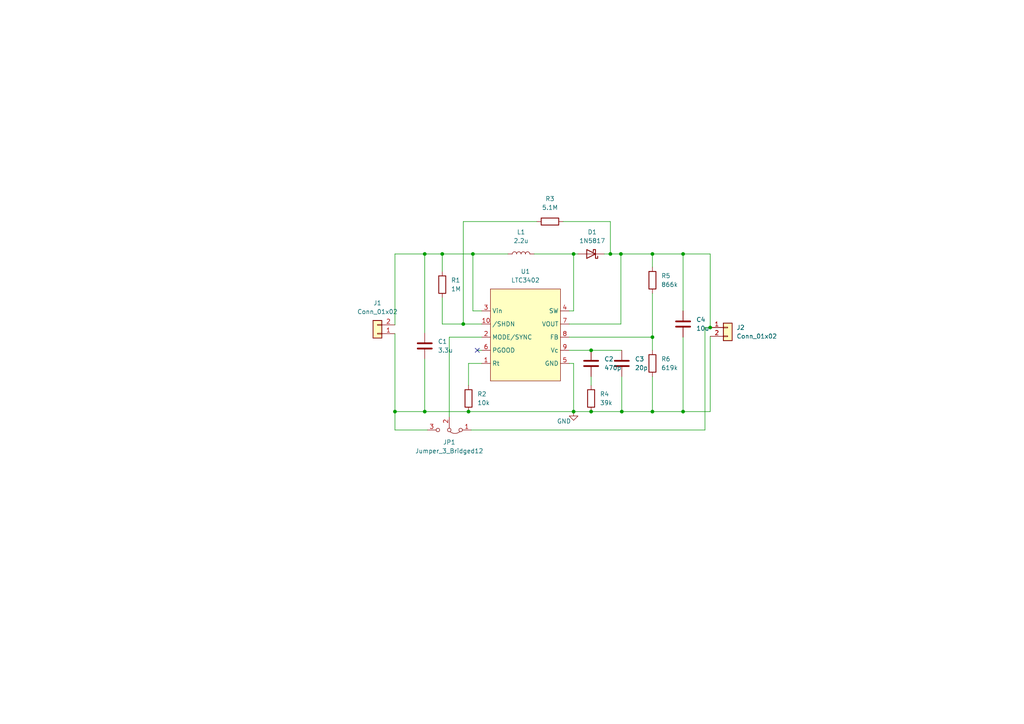
<source format=kicad_sch>
(kicad_sch (version 20211123) (generator eeschema)

  (uuid fc329e60-968a-4f61-ba77-53d29ff8c1c7)

  (paper "A4")

  (lib_symbols
    (symbol "Connector_Generic:Conn_01x02" (pin_names (offset 1.016) hide) (in_bom yes) (on_board yes)
      (property "Reference" "J" (id 0) (at 0 2.54 0)
        (effects (font (size 1.27 1.27)))
      )
      (property "Value" "Conn_01x02" (id 1) (at 0 -5.08 0)
        (effects (font (size 1.27 1.27)))
      )
      (property "Footprint" "" (id 2) (at 0 0 0)
        (effects (font (size 1.27 1.27)) hide)
      )
      (property "Datasheet" "~" (id 3) (at 0 0 0)
        (effects (font (size 1.27 1.27)) hide)
      )
      (property "ki_keywords" "connector" (id 4) (at 0 0 0)
        (effects (font (size 1.27 1.27)) hide)
      )
      (property "ki_description" "Generic connector, single row, 01x02, script generated (kicad-library-utils/schlib/autogen/connector/)" (id 5) (at 0 0 0)
        (effects (font (size 1.27 1.27)) hide)
      )
      (property "ki_fp_filters" "Connector*:*_1x??_*" (id 6) (at 0 0 0)
        (effects (font (size 1.27 1.27)) hide)
      )
      (symbol "Conn_01x02_1_1"
        (rectangle (start -1.27 -2.413) (end 0 -2.667)
          (stroke (width 0.1524) (type default) (color 0 0 0 0))
          (fill (type none))
        )
        (rectangle (start -1.27 0.127) (end 0 -0.127)
          (stroke (width 0.1524) (type default) (color 0 0 0 0))
          (fill (type none))
        )
        (rectangle (start -1.27 1.27) (end 1.27 -3.81)
          (stroke (width 0.254) (type default) (color 0 0 0 0))
          (fill (type background))
        )
        (pin passive line (at -5.08 0 0) (length 3.81)
          (name "Pin_1" (effects (font (size 1.27 1.27))))
          (number "1" (effects (font (size 1.27 1.27))))
        )
        (pin passive line (at -5.08 -2.54 0) (length 3.81)
          (name "Pin_2" (effects (font (size 1.27 1.27))))
          (number "2" (effects (font (size 1.27 1.27))))
        )
      )
    )
    (symbol "Device:C" (pin_numbers hide) (pin_names (offset 0.254)) (in_bom yes) (on_board yes)
      (property "Reference" "C" (id 0) (at 0.635 2.54 0)
        (effects (font (size 1.27 1.27)) (justify left))
      )
      (property "Value" "C" (id 1) (at 0.635 -2.54 0)
        (effects (font (size 1.27 1.27)) (justify left))
      )
      (property "Footprint" "" (id 2) (at 0.9652 -3.81 0)
        (effects (font (size 1.27 1.27)) hide)
      )
      (property "Datasheet" "~" (id 3) (at 0 0 0)
        (effects (font (size 1.27 1.27)) hide)
      )
      (property "ki_keywords" "cap capacitor" (id 4) (at 0 0 0)
        (effects (font (size 1.27 1.27)) hide)
      )
      (property "ki_description" "Unpolarized capacitor" (id 5) (at 0 0 0)
        (effects (font (size 1.27 1.27)) hide)
      )
      (property "ki_fp_filters" "C_*" (id 6) (at 0 0 0)
        (effects (font (size 1.27 1.27)) hide)
      )
      (symbol "C_0_1"
        (polyline
          (pts
            (xy -2.032 -0.762)
            (xy 2.032 -0.762)
          )
          (stroke (width 0.508) (type default) (color 0 0 0 0))
          (fill (type none))
        )
        (polyline
          (pts
            (xy -2.032 0.762)
            (xy 2.032 0.762)
          )
          (stroke (width 0.508) (type default) (color 0 0 0 0))
          (fill (type none))
        )
      )
      (symbol "C_1_1"
        (pin passive line (at 0 3.81 270) (length 2.794)
          (name "~" (effects (font (size 1.27 1.27))))
          (number "1" (effects (font (size 1.27 1.27))))
        )
        (pin passive line (at 0 -3.81 90) (length 2.794)
          (name "~" (effects (font (size 1.27 1.27))))
          (number "2" (effects (font (size 1.27 1.27))))
        )
      )
    )
    (symbol "Device:L" (pin_numbers hide) (pin_names (offset 1.016) hide) (in_bom yes) (on_board yes)
      (property "Reference" "L" (id 0) (at -1.27 0 90)
        (effects (font (size 1.27 1.27)))
      )
      (property "Value" "L" (id 1) (at 1.905 0 90)
        (effects (font (size 1.27 1.27)))
      )
      (property "Footprint" "" (id 2) (at 0 0 0)
        (effects (font (size 1.27 1.27)) hide)
      )
      (property "Datasheet" "~" (id 3) (at 0 0 0)
        (effects (font (size 1.27 1.27)) hide)
      )
      (property "ki_keywords" "inductor choke coil reactor magnetic" (id 4) (at 0 0 0)
        (effects (font (size 1.27 1.27)) hide)
      )
      (property "ki_description" "Inductor" (id 5) (at 0 0 0)
        (effects (font (size 1.27 1.27)) hide)
      )
      (property "ki_fp_filters" "Choke_* *Coil* Inductor_* L_*" (id 6) (at 0 0 0)
        (effects (font (size 1.27 1.27)) hide)
      )
      (symbol "L_0_1"
        (arc (start 0 -2.54) (mid 0.635 -1.905) (end 0 -1.27)
          (stroke (width 0) (type default) (color 0 0 0 0))
          (fill (type none))
        )
        (arc (start 0 -1.27) (mid 0.635 -0.635) (end 0 0)
          (stroke (width 0) (type default) (color 0 0 0 0))
          (fill (type none))
        )
        (arc (start 0 0) (mid 0.635 0.635) (end 0 1.27)
          (stroke (width 0) (type default) (color 0 0 0 0))
          (fill (type none))
        )
        (arc (start 0 1.27) (mid 0.635 1.905) (end 0 2.54)
          (stroke (width 0) (type default) (color 0 0 0 0))
          (fill (type none))
        )
      )
      (symbol "L_1_1"
        (pin passive line (at 0 3.81 270) (length 1.27)
          (name "1" (effects (font (size 1.27 1.27))))
          (number "1" (effects (font (size 1.27 1.27))))
        )
        (pin passive line (at 0 -3.81 90) (length 1.27)
          (name "2" (effects (font (size 1.27 1.27))))
          (number "2" (effects (font (size 1.27 1.27))))
        )
      )
    )
    (symbol "Device:R" (pin_numbers hide) (pin_names (offset 0)) (in_bom yes) (on_board yes)
      (property "Reference" "R" (id 0) (at 2.032 0 90)
        (effects (font (size 1.27 1.27)))
      )
      (property "Value" "R" (id 1) (at 0 0 90)
        (effects (font (size 1.27 1.27)))
      )
      (property "Footprint" "" (id 2) (at -1.778 0 90)
        (effects (font (size 1.27 1.27)) hide)
      )
      (property "Datasheet" "~" (id 3) (at 0 0 0)
        (effects (font (size 1.27 1.27)) hide)
      )
      (property "ki_keywords" "R res resistor" (id 4) (at 0 0 0)
        (effects (font (size 1.27 1.27)) hide)
      )
      (property "ki_description" "Resistor" (id 5) (at 0 0 0)
        (effects (font (size 1.27 1.27)) hide)
      )
      (property "ki_fp_filters" "R_*" (id 6) (at 0 0 0)
        (effects (font (size 1.27 1.27)) hide)
      )
      (symbol "R_0_1"
        (rectangle (start -1.016 -2.54) (end 1.016 2.54)
          (stroke (width 0.254) (type default) (color 0 0 0 0))
          (fill (type none))
        )
      )
      (symbol "R_1_1"
        (pin passive line (at 0 3.81 270) (length 1.27)
          (name "~" (effects (font (size 1.27 1.27))))
          (number "1" (effects (font (size 1.27 1.27))))
        )
        (pin passive line (at 0 -3.81 90) (length 1.27)
          (name "~" (effects (font (size 1.27 1.27))))
          (number "2" (effects (font (size 1.27 1.27))))
        )
      )
    )
    (symbol "Diode:1N5817" (pin_numbers hide) (pin_names (offset 1.016) hide) (in_bom yes) (on_board yes)
      (property "Reference" "D" (id 0) (at 0 2.54 0)
        (effects (font (size 1.27 1.27)))
      )
      (property "Value" "1N5817" (id 1) (at 0 -2.54 0)
        (effects (font (size 1.27 1.27)))
      )
      (property "Footprint" "Diode_THT:D_DO-41_SOD81_P10.16mm_Horizontal" (id 2) (at 0 -4.445 0)
        (effects (font (size 1.27 1.27)) hide)
      )
      (property "Datasheet" "http://www.vishay.com/docs/88525/1n5817.pdf" (id 3) (at 0 0 0)
        (effects (font (size 1.27 1.27)) hide)
      )
      (property "ki_keywords" "diode Schottky" (id 4) (at 0 0 0)
        (effects (font (size 1.27 1.27)) hide)
      )
      (property "ki_description" "20V 1A Schottky Barrier Rectifier Diode, DO-41" (id 5) (at 0 0 0)
        (effects (font (size 1.27 1.27)) hide)
      )
      (property "ki_fp_filters" "D*DO?41*" (id 6) (at 0 0 0)
        (effects (font (size 1.27 1.27)) hide)
      )
      (symbol "1N5817_0_1"
        (polyline
          (pts
            (xy 1.27 0)
            (xy -1.27 0)
          )
          (stroke (width 0) (type default) (color 0 0 0 0))
          (fill (type none))
        )
        (polyline
          (pts
            (xy 1.27 1.27)
            (xy 1.27 -1.27)
            (xy -1.27 0)
            (xy 1.27 1.27)
          )
          (stroke (width 0.254) (type default) (color 0 0 0 0))
          (fill (type none))
        )
        (polyline
          (pts
            (xy -1.905 0.635)
            (xy -1.905 1.27)
            (xy -1.27 1.27)
            (xy -1.27 -1.27)
            (xy -0.635 -1.27)
            (xy -0.635 -0.635)
          )
          (stroke (width 0.254) (type default) (color 0 0 0 0))
          (fill (type none))
        )
      )
      (symbol "1N5817_1_1"
        (pin passive line (at -3.81 0 0) (length 2.54)
          (name "K" (effects (font (size 1.27 1.27))))
          (number "1" (effects (font (size 1.27 1.27))))
        )
        (pin passive line (at 3.81 0 180) (length 2.54)
          (name "A" (effects (font (size 1.27 1.27))))
          (number "2" (effects (font (size 1.27 1.27))))
        )
      )
    )
    (symbol "Jumper:Jumper_3_Bridged12" (pin_names (offset 0) hide) (in_bom yes) (on_board yes)
      (property "Reference" "JP" (id 0) (at -2.54 -2.54 0)
        (effects (font (size 1.27 1.27)))
      )
      (property "Value" "Jumper_3_Bridged12" (id 1) (at 0 2.794 0)
        (effects (font (size 1.27 1.27)))
      )
      (property "Footprint" "" (id 2) (at 0 0 0)
        (effects (font (size 1.27 1.27)) hide)
      )
      (property "Datasheet" "~" (id 3) (at 0 0 0)
        (effects (font (size 1.27 1.27)) hide)
      )
      (property "ki_keywords" "Jumper SPDT" (id 4) (at 0 0 0)
        (effects (font (size 1.27 1.27)) hide)
      )
      (property "ki_description" "Jumper, 3-pole, pins 1+2 closed/bridged" (id 5) (at 0 0 0)
        (effects (font (size 1.27 1.27)) hide)
      )
      (property "ki_fp_filters" "Jumper* TestPoint*3Pads* TestPoint*Bridge*" (id 6) (at 0 0 0)
        (effects (font (size 1.27 1.27)) hide)
      )
      (symbol "Jumper_3_Bridged12_0_0"
        (circle (center -3.302 0) (radius 0.508)
          (stroke (width 0) (type default) (color 0 0 0 0))
          (fill (type none))
        )
        (circle (center 0 0) (radius 0.508)
          (stroke (width 0) (type default) (color 0 0 0 0))
          (fill (type none))
        )
        (circle (center 3.302 0) (radius 0.508)
          (stroke (width 0) (type default) (color 0 0 0 0))
          (fill (type none))
        )
      )
      (symbol "Jumper_3_Bridged12_0_1"
        (arc (start -0.254 0.508) (mid -1.651 0.9912) (end -3.048 0.508)
          (stroke (width 0) (type default) (color 0 0 0 0))
          (fill (type none))
        )
        (polyline
          (pts
            (xy 0 -1.27)
            (xy 0 -0.508)
          )
          (stroke (width 0) (type default) (color 0 0 0 0))
          (fill (type none))
        )
      )
      (symbol "Jumper_3_Bridged12_1_1"
        (pin passive line (at -6.35 0 0) (length 2.54)
          (name "A" (effects (font (size 1.27 1.27))))
          (number "1" (effects (font (size 1.27 1.27))))
        )
        (pin input line (at 0 -3.81 90) (length 2.54)
          (name "C" (effects (font (size 1.27 1.27))))
          (number "2" (effects (font (size 1.27 1.27))))
        )
        (pin passive line (at 6.35 0 180) (length 2.54)
          (name "B" (effects (font (size 1.27 1.27))))
          (number "3" (effects (font (size 1.27 1.27))))
        )
      )
    )
    (symbol "luces_proyecto:LTC3402" (in_bom yes) (on_board yes)
      (property "Reference" "U1" (id 0) (at 0 17.78 0)
        (effects (font (size 1.27 1.27)))
      )
      (property "Value" "LTC3402" (id 1) (at 0 15.24 0)
        (effects (font (size 1.27 1.27)))
      )
      (property "Footprint" "Package_SO:MSOP-10-1EP_3x3mm_P0.5mm_EP1.68x1.88mm" (id 2) (at 0 0 0)
        (effects (font (size 1.27 1.27)) hide)
      )
      (property "Datasheet" "" (id 3) (at 0 0 0)
        (effects (font (size 1.27 1.27)) hide)
      )
      (symbol "LTC3402_0_1"
        (rectangle (start -10.16 12.7) (end 10.16 -13.97)
          (stroke (width 0) (type default) (color 0 0 0 0))
          (fill (type background))
        )
      )
      (symbol "LTC3402_1_1"
        (pin input line (at -12.7 -8.89 0) (length 2.54)
          (name "Rt" (effects (font (size 1.27 1.27))))
          (number "1" (effects (font (size 1.27 1.27))))
        )
        (pin input line (at -12.7 2.54 0) (length 2.54)
          (name "/SHDN" (effects (font (size 1.27 1.27))))
          (number "10" (effects (font (size 1.27 1.27))))
        )
        (pin input line (at -12.7 -1.27 0) (length 2.54)
          (name "MODE/SYNC" (effects (font (size 1.27 1.27))))
          (number "2" (effects (font (size 1.27 1.27))))
        )
        (pin input line (at -12.7 6.35 0) (length 2.54)
          (name "Vin" (effects (font (size 1.27 1.27))))
          (number "3" (effects (font (size 1.27 1.27))))
        )
        (pin input line (at 12.7 6.35 180) (length 2.54)
          (name "SW" (effects (font (size 1.27 1.27))))
          (number "4" (effects (font (size 1.27 1.27))))
        )
        (pin input line (at 12.7 -8.89 180) (length 2.54)
          (name "GND" (effects (font (size 1.27 1.27))))
          (number "5" (effects (font (size 1.27 1.27))))
        )
        (pin input line (at -12.7 -5.08 0) (length 2.54)
          (name "PGOOD" (effects (font (size 1.27 1.27))))
          (number "6" (effects (font (size 1.27 1.27))))
        )
        (pin input line (at 12.7 2.54 180) (length 2.54)
          (name "VOUT" (effects (font (size 1.27 1.27))))
          (number "7" (effects (font (size 1.27 1.27))))
        )
        (pin input line (at 12.7 -1.27 180) (length 2.54)
          (name "FB" (effects (font (size 1.27 1.27))))
          (number "8" (effects (font (size 1.27 1.27))))
        )
        (pin input line (at 12.7 -5.08 180) (length 2.54)
          (name "Vc" (effects (font (size 1.27 1.27))))
          (number "9" (effects (font (size 1.27 1.27))))
        )
      )
    )
    (symbol "power:GND" (power) (pin_names (offset 0)) (in_bom yes) (on_board yes)
      (property "Reference" "#PWR" (id 0) (at 0 -6.35 0)
        (effects (font (size 1.27 1.27)) hide)
      )
      (property "Value" "GND" (id 1) (at 0 -3.81 0)
        (effects (font (size 1.27 1.27)))
      )
      (property "Footprint" "" (id 2) (at 0 0 0)
        (effects (font (size 1.27 1.27)) hide)
      )
      (property "Datasheet" "" (id 3) (at 0 0 0)
        (effects (font (size 1.27 1.27)) hide)
      )
      (property "ki_keywords" "power-flag" (id 4) (at 0 0 0)
        (effects (font (size 1.27 1.27)) hide)
      )
      (property "ki_description" "Power symbol creates a global label with name \"GND\" , ground" (id 5) (at 0 0 0)
        (effects (font (size 1.27 1.27)) hide)
      )
      (symbol "GND_0_1"
        (polyline
          (pts
            (xy 0 0)
            (xy 0 -1.27)
            (xy 1.27 -1.27)
            (xy 0 -2.54)
            (xy -1.27 -1.27)
            (xy 0 -1.27)
          )
          (stroke (width 0) (type default) (color 0 0 0 0))
          (fill (type none))
        )
      )
      (symbol "GND_1_1"
        (pin power_in line (at 0 0 270) (length 0) hide
          (name "GND" (effects (font (size 1.27 1.27))))
          (number "1" (effects (font (size 1.27 1.27))))
        )
      )
    )
  )

  (junction (at 128.27 73.66) (diameter 0) (color 0 0 0 0)
    (uuid 0a089a07-2629-4bd0-ac0b-e2476ae7a5f5)
  )
  (junction (at 135.89 119.38) (diameter 0) (color 0 0 0 0)
    (uuid 0ed2725b-278b-40a1-90f2-cdfb1ed51ebe)
  )
  (junction (at 166.37 119.38) (diameter 0) (color 0 0 0 0)
    (uuid 1268ae6f-a2f1-463c-93a9-0cc5b03064cc)
  )
  (junction (at 171.45 119.38) (diameter 0) (color 0 0 0 0)
    (uuid 2f48bfab-2f24-4143-835c-770c8a4d50a7)
  )
  (junction (at 166.37 73.66) (diameter 0) (color 0 0 0 0)
    (uuid 35a136f3-1213-4277-ad2c-f83d63320c6b)
  )
  (junction (at 205.994 94.996) (diameter 0) (color 0 0 0 0)
    (uuid 3c1d3777-2f1f-4700-94c6-33c186f750f2)
  )
  (junction (at 114.554 119.38) (diameter 0) (color 0 0 0 0)
    (uuid 49af0ba9-5609-4e0a-9765-f0405d1a9e99)
  )
  (junction (at 134.366 93.98) (diameter 0) (color 0 0 0 0)
    (uuid 55887181-5e4b-4575-b90e-fe6bb9328e01)
  )
  (junction (at 189.23 119.38) (diameter 0) (color 0 0 0 0)
    (uuid 56034634-2ad8-4850-ac68-1dfe191562e3)
  )
  (junction (at 180.34 119.38) (diameter 0) (color 0 0 0 0)
    (uuid 5acb1f90-342f-4d24-a181-dee713430368)
  )
  (junction (at 137.16 73.66) (diameter 0) (color 0 0 0 0)
    (uuid 74fe0285-fc94-4e49-bf50-4676ee0a0214)
  )
  (junction (at 171.45 101.6) (diameter 0) (color 0 0 0 0)
    (uuid 78ddf895-da2f-45e3-ba4a-5ddb73d0ae3a)
  )
  (junction (at 123.19 73.66) (diameter 0) (color 0 0 0 0)
    (uuid 7934b4e4-da96-4a20-b74a-59666e050ff6)
  )
  (junction (at 180.086 73.66) (diameter 0) (color 0 0 0 0)
    (uuid 81aa5de2-ca5e-48e3-9c00-d12aca876f13)
  )
  (junction (at 198.12 73.66) (diameter 0) (color 0 0 0 0)
    (uuid 92bf0a5c-29e3-458b-94c5-3199741d295a)
  )
  (junction (at 123.19 119.38) (diameter 0) (color 0 0 0 0)
    (uuid a2dc7e72-fdb8-46c0-8699-2b8425a6683c)
  )
  (junction (at 177.038 73.66) (diameter 0) (color 0 0 0 0)
    (uuid ac57b32c-92ea-4210-955b-7eff656cb735)
  )
  (junction (at 189.23 97.79) (diameter 0) (color 0 0 0 0)
    (uuid baccf262-8c14-4c57-874d-0436604aa992)
  )
  (junction (at 198.12 119.38) (diameter 0) (color 0 0 0 0)
    (uuid e514b235-2d5c-4f96-9682-e1ea7f30769b)
  )
  (junction (at 189.23 73.66) (diameter 0) (color 0 0 0 0)
    (uuid ee4b10d7-d3bf-48f1-9c60-bdeb63205e72)
  )

  (no_connect (at 138.43 101.6) (uuid 266175d7-f4d0-4abd-a991-10e6108766de))

  (wire (pts (xy 180.34 119.38) (xy 189.23 119.38))
    (stroke (width 0) (type default) (color 0 0 0 0))
    (uuid 0477d5eb-5661-4ed8-81ce-ab13d0eb632f)
  )
  (wire (pts (xy 189.23 85.09) (xy 189.23 97.79))
    (stroke (width 0) (type default) (color 0 0 0 0))
    (uuid 05b07f13-a35c-424a-893a-28e50448528a)
  )
  (wire (pts (xy 136.652 124.714) (xy 204.47 124.714))
    (stroke (width 0) (type default) (color 0 0 0 0))
    (uuid 0d0feeda-67ca-4054-bb4a-27b50ea94d02)
  )
  (wire (pts (xy 177.038 64.262) (xy 177.038 73.66))
    (stroke (width 0) (type default) (color 0 0 0 0))
    (uuid 24cdbca2-7209-4463-8d11-1253c250b43f)
  )
  (wire (pts (xy 166.37 90.17) (xy 166.37 73.66))
    (stroke (width 0) (type default) (color 0 0 0 0))
    (uuid 27127484-c7d5-4b8f-a519-3676df137e64)
  )
  (wire (pts (xy 165.1 101.6) (xy 171.45 101.6))
    (stroke (width 0) (type default) (color 0 0 0 0))
    (uuid 2d4e2ab8-d884-45e2-b3eb-5481b91d477c)
  )
  (wire (pts (xy 171.45 109.22) (xy 171.45 111.76))
    (stroke (width 0) (type default) (color 0 0 0 0))
    (uuid 348cfe5b-c32a-4a03-877d-c1c326ca2fc2)
  )
  (wire (pts (xy 205.994 97.536) (xy 205.994 119.38))
    (stroke (width 0) (type default) (color 0 0 0 0))
    (uuid 34e45878-125f-4a7b-afbf-8b70fa0a31c7)
  )
  (wire (pts (xy 205.994 94.996) (xy 205.994 73.66))
    (stroke (width 0) (type default) (color 0 0 0 0))
    (uuid 3965b89a-1773-4751-99ef-e19130e64cc8)
  )
  (wire (pts (xy 180.086 73.66) (xy 180.086 93.98))
    (stroke (width 0) (type default) (color 0 0 0 0))
    (uuid 3f7c22e8-4599-447c-9a4a-55bd23e32f6a)
  )
  (wire (pts (xy 123.19 73.66) (xy 123.19 96.52))
    (stroke (width 0) (type default) (color 0 0 0 0))
    (uuid 3f8230a2-654a-4332-a0bd-91a9905d1d42)
  )
  (wire (pts (xy 139.7 97.79) (xy 130.302 97.79))
    (stroke (width 0) (type default) (color 0 0 0 0))
    (uuid 43a40cba-b3d4-4386-9c1a-a310a14f66ad)
  )
  (wire (pts (xy 128.27 86.36) (xy 128.27 93.98))
    (stroke (width 0) (type default) (color 0 0 0 0))
    (uuid 4b034131-2c76-474f-b19e-1bf82b0a19ea)
  )
  (wire (pts (xy 163.322 64.262) (xy 177.038 64.262))
    (stroke (width 0) (type default) (color 0 0 0 0))
    (uuid 4b43323c-2b56-4d40-b144-91cceb5698b6)
  )
  (wire (pts (xy 198.12 90.17) (xy 198.12 73.66))
    (stroke (width 0) (type default) (color 0 0 0 0))
    (uuid 4ed592d1-60a5-4ace-acff-67ea521f72bc)
  )
  (wire (pts (xy 165.1 97.79) (xy 189.23 97.79))
    (stroke (width 0) (type default) (color 0 0 0 0))
    (uuid 56529051-764a-417d-a3bb-5f4e89f6cd52)
  )
  (wire (pts (xy 135.89 119.38) (xy 166.37 119.38))
    (stroke (width 0) (type default) (color 0 0 0 0))
    (uuid 59bda533-0b31-4933-8eb9-37a7c88ad8cb)
  )
  (wire (pts (xy 165.1 90.17) (xy 166.37 90.17))
    (stroke (width 0) (type default) (color 0 0 0 0))
    (uuid 5a99fdd6-7b82-44fe-acb9-45609d886747)
  )
  (wire (pts (xy 137.16 90.17) (xy 137.16 73.66))
    (stroke (width 0) (type default) (color 0 0 0 0))
    (uuid 5eb8150f-680b-4c93-8d72-d6e3fad39c1c)
  )
  (wire (pts (xy 198.12 119.38) (xy 189.23 119.38))
    (stroke (width 0) (type default) (color 0 0 0 0))
    (uuid 60758dec-e229-4410-9aa7-aa543690e97c)
  )
  (wire (pts (xy 189.23 73.66) (xy 189.23 77.47))
    (stroke (width 0) (type default) (color 0 0 0 0))
    (uuid 695e5db3-af52-4389-a94f-42e10ad4597b)
  )
  (wire (pts (xy 114.554 119.38) (xy 123.19 119.38))
    (stroke (width 0) (type default) (color 0 0 0 0))
    (uuid 69905076-e01c-4061-a285-fc999df254d8)
  )
  (wire (pts (xy 137.16 73.66) (xy 147.32 73.66))
    (stroke (width 0) (type default) (color 0 0 0 0))
    (uuid 6a35d63d-eb75-481a-9c82-1e37ca139fa9)
  )
  (wire (pts (xy 114.554 73.66) (xy 114.554 94.234))
    (stroke (width 0) (type default) (color 0 0 0 0))
    (uuid 6de4682e-e9df-4cce-97d1-756d8a16bc00)
  )
  (wire (pts (xy 114.554 96.774) (xy 114.554 119.38))
    (stroke (width 0) (type default) (color 0 0 0 0))
    (uuid 6e298d07-6328-4ef5-ba4f-f2f44a400059)
  )
  (wire (pts (xy 138.43 101.6) (xy 139.7 101.6))
    (stroke (width 0) (type default) (color 0 0 0 0))
    (uuid 6f1f2017-d697-4d2b-a81b-9cf4032f5643)
  )
  (wire (pts (xy 180.086 73.66) (xy 189.23 73.66))
    (stroke (width 0) (type default) (color 0 0 0 0))
    (uuid 71081b15-db7f-4464-b766-02a55fdeda90)
  )
  (wire (pts (xy 123.19 104.14) (xy 123.19 119.38))
    (stroke (width 0) (type default) (color 0 0 0 0))
    (uuid 72a65a5f-cb0b-4643-b196-3332a5d65264)
  )
  (wire (pts (xy 139.7 90.17) (xy 137.16 90.17))
    (stroke (width 0) (type default) (color 0 0 0 0))
    (uuid 773077f1-5ba6-4d16-9b2c-8064199fe340)
  )
  (wire (pts (xy 130.302 97.79) (xy 130.302 120.904))
    (stroke (width 0) (type default) (color 0 0 0 0))
    (uuid 7e49e632-0253-4953-9431-4855c11604ba)
  )
  (wire (pts (xy 114.554 73.66) (xy 123.19 73.66))
    (stroke (width 0) (type default) (color 0 0 0 0))
    (uuid 8044d3ed-7481-486f-b064-ed4e198f80ff)
  )
  (wire (pts (xy 128.27 73.66) (xy 137.16 73.66))
    (stroke (width 0) (type default) (color 0 0 0 0))
    (uuid 8dca95d8-a4be-4db4-8701-aacf75e253b3)
  )
  (wire (pts (xy 134.366 93.98) (xy 139.7 93.98))
    (stroke (width 0) (type default) (color 0 0 0 0))
    (uuid 8e57fc59-c861-4fad-88fc-8b1e6960ca32)
  )
  (wire (pts (xy 166.37 119.38) (xy 171.45 119.38))
    (stroke (width 0) (type default) (color 0 0 0 0))
    (uuid 8e9d6d7a-f63f-4508-aa8f-bb3a5ec903da)
  )
  (wire (pts (xy 139.7 105.41) (xy 135.89 105.41))
    (stroke (width 0) (type default) (color 0 0 0 0))
    (uuid 97a8f92f-b57a-41bf-9444-7261f364bb40)
  )
  (wire (pts (xy 180.34 109.22) (xy 180.34 119.38))
    (stroke (width 0) (type default) (color 0 0 0 0))
    (uuid 9a9e9a4a-4d55-4aca-b958-cc420a7bca33)
  )
  (wire (pts (xy 128.27 93.98) (xy 134.366 93.98))
    (stroke (width 0) (type default) (color 0 0 0 0))
    (uuid 9bc96448-1b46-48e5-9891-87273243f5c8)
  )
  (wire (pts (xy 123.952 124.714) (xy 114.554 124.714))
    (stroke (width 0) (type default) (color 0 0 0 0))
    (uuid a526aebb-41a9-4fcc-b518-6f7ded08b3fd)
  )
  (wire (pts (xy 180.086 93.98) (xy 165.1 93.98))
    (stroke (width 0) (type default) (color 0 0 0 0))
    (uuid a7bba973-fedc-4852-8ac5-0f06d6a45283)
  )
  (wire (pts (xy 175.26 73.66) (xy 177.038 73.66))
    (stroke (width 0) (type default) (color 0 0 0 0))
    (uuid a8b7bc32-dbdb-4e6a-ad65-136f99c51162)
  )
  (wire (pts (xy 154.94 73.66) (xy 166.37 73.66))
    (stroke (width 0) (type default) (color 0 0 0 0))
    (uuid ad644845-7525-4f79-8722-b1bde7d47452)
  )
  (wire (pts (xy 165.1 105.41) (xy 166.37 105.41))
    (stroke (width 0) (type default) (color 0 0 0 0))
    (uuid afb35f37-345d-49e5-82e0-fcec631c9caf)
  )
  (wire (pts (xy 135.89 105.41) (xy 135.89 111.76))
    (stroke (width 0) (type default) (color 0 0 0 0))
    (uuid b18be161-768e-4adf-ba0a-442dccef8ade)
  )
  (wire (pts (xy 166.37 105.41) (xy 166.37 119.38))
    (stroke (width 0) (type default) (color 0 0 0 0))
    (uuid b64e9b16-f281-4c57-864a-b57940f4a81c)
  )
  (wire (pts (xy 198.12 73.66) (xy 189.23 73.66))
    (stroke (width 0) (type default) (color 0 0 0 0))
    (uuid b9ec99bb-8037-4d15-98d4-e85c3721c825)
  )
  (wire (pts (xy 128.27 73.66) (xy 128.27 78.74))
    (stroke (width 0) (type default) (color 0 0 0 0))
    (uuid bc99446e-c06e-42d0-8589-81f5e5f8514f)
  )
  (wire (pts (xy 134.366 64.262) (xy 134.366 93.98))
    (stroke (width 0) (type default) (color 0 0 0 0))
    (uuid bd49e719-5fa9-44d1-b48c-d5a3a79531e0)
  )
  (wire (pts (xy 198.12 97.79) (xy 198.12 119.38))
    (stroke (width 0) (type default) (color 0 0 0 0))
    (uuid c2100071-2b3e-47f1-8ce2-9ab1c827ea67)
  )
  (wire (pts (xy 189.23 119.38) (xy 189.23 109.22))
    (stroke (width 0) (type default) (color 0 0 0 0))
    (uuid c6831a1c-1aff-4f58-98aa-270ade505ac2)
  )
  (wire (pts (xy 123.19 73.66) (xy 128.27 73.66))
    (stroke (width 0) (type default) (color 0 0 0 0))
    (uuid cba3798a-ffcc-4d91-bf61-18b4a2dca5b0)
  )
  (wire (pts (xy 204.47 124.714) (xy 204.47 94.996))
    (stroke (width 0) (type default) (color 0 0 0 0))
    (uuid d1a6740e-ab92-43d6-9bc9-b5ee5795d217)
  )
  (wire (pts (xy 177.038 73.66) (xy 180.086 73.66))
    (stroke (width 0) (type default) (color 0 0 0 0))
    (uuid d95c0cb5-ee8f-4351-960a-5890c35f4633)
  )
  (wire (pts (xy 204.47 94.996) (xy 205.994 94.996))
    (stroke (width 0) (type default) (color 0 0 0 0))
    (uuid dc84de67-747a-4547-980d-52c6a213e99a)
  )
  (wire (pts (xy 205.994 73.66) (xy 198.12 73.66))
    (stroke (width 0) (type default) (color 0 0 0 0))
    (uuid df6a41b6-9008-4614-8401-5e6d17acf993)
  )
  (wire (pts (xy 171.45 101.6) (xy 180.34 101.6))
    (stroke (width 0) (type default) (color 0 0 0 0))
    (uuid e1c9e93c-c26a-43ec-8c67-2e84dbd8a91a)
  )
  (wire (pts (xy 114.554 124.714) (xy 114.554 119.38))
    (stroke (width 0) (type default) (color 0 0 0 0))
    (uuid e5bb6daa-d099-4a0d-a425-624eb31bba3d)
  )
  (wire (pts (xy 180.34 119.38) (xy 171.45 119.38))
    (stroke (width 0) (type default) (color 0 0 0 0))
    (uuid eb4e1615-35ea-4e70-b935-0d28ffa9a52d)
  )
  (wire (pts (xy 189.23 97.79) (xy 189.23 101.6))
    (stroke (width 0) (type default) (color 0 0 0 0))
    (uuid f18f2ed3-b5ba-4c75-bedf-ce94f6dcff7b)
  )
  (wire (pts (xy 205.994 119.38) (xy 198.12 119.38))
    (stroke (width 0) (type default) (color 0 0 0 0))
    (uuid f9ff2c70-37ed-4c55-bc73-81c22f0b2224)
  )
  (wire (pts (xy 166.37 73.66) (xy 167.64 73.66))
    (stroke (width 0) (type default) (color 0 0 0 0))
    (uuid fd04ce72-bb83-436b-8999-15e2ee47e120)
  )
  (wire (pts (xy 155.702 64.262) (xy 134.366 64.262))
    (stroke (width 0) (type default) (color 0 0 0 0))
    (uuid fdd611e1-40e1-4a93-a14b-575e96e2f9ab)
  )
  (wire (pts (xy 123.19 119.38) (xy 135.89 119.38))
    (stroke (width 0) (type default) (color 0 0 0 0))
    (uuid fe03920d-eae7-4cbd-8221-d83c68d67947)
  )

  (symbol (lib_id "Device:C") (at 180.34 105.41 0) (unit 1)
    (in_bom yes) (on_board yes) (fields_autoplaced)
    (uuid 051d7e17-d68e-43f3-ad50-ad70d5fd8215)
    (property "Reference" "C3" (id 0) (at 184.15 104.1399 0)
      (effects (font (size 1.27 1.27)) (justify left))
    )
    (property "Value" "20p" (id 1) (at 184.15 106.6799 0)
      (effects (font (size 1.27 1.27)) (justify left))
    )
    (property "Footprint" "Capacitor_THT:C_Disc_D4.3mm_W1.9mm_P5.00mm" (id 2) (at 181.3052 109.22 0)
      (effects (font (size 1.27 1.27)) hide)
    )
    (property "Datasheet" "~" (id 3) (at 180.34 105.41 0)
      (effects (font (size 1.27 1.27)) hide)
    )
    (pin "1" (uuid 8f83d9b5-3916-442e-a083-bd152f41a4ed))
    (pin "2" (uuid 3f588994-4b0a-4296-8df6-5285a76de6ed))
  )

  (symbol (lib_id "Device:R") (at 128.27 82.55 0) (unit 1)
    (in_bom yes) (on_board yes) (fields_autoplaced)
    (uuid 1cb7a54a-9a2b-4f24-a324-7971b092e29a)
    (property "Reference" "R1" (id 0) (at 130.81 81.2799 0)
      (effects (font (size 1.27 1.27)) (justify left))
    )
    (property "Value" "1M" (id 1) (at 130.81 83.8199 0)
      (effects (font (size 1.27 1.27)) (justify left))
    )
    (property "Footprint" "Resistor_THT:R_Axial_DIN0207_L6.3mm_D2.5mm_P7.62mm_Horizontal" (id 2) (at 126.492 82.55 90)
      (effects (font (size 1.27 1.27)) hide)
    )
    (property "Datasheet" "~" (id 3) (at 128.27 82.55 0)
      (effects (font (size 1.27 1.27)) hide)
    )
    (pin "1" (uuid 2964f7b3-b441-4c70-a685-282318f1a2b9))
    (pin "2" (uuid e41f240c-fe7e-4324-ad07-3ec65205800c))
  )

  (symbol (lib_id "Device:R") (at 159.512 64.262 90) (unit 1)
    (in_bom yes) (on_board yes) (fields_autoplaced)
    (uuid 3f65b461-f90b-4ae9-86ea-74cd2da95bf5)
    (property "Reference" "R3" (id 0) (at 159.512 57.658 90))
    (property "Value" "5.1M" (id 1) (at 159.512 60.198 90))
    (property "Footprint" "Resistor_THT:R_Axial_DIN0207_L6.3mm_D2.5mm_P7.62mm_Horizontal" (id 2) (at 159.512 66.04 90)
      (effects (font (size 1.27 1.27)) hide)
    )
    (property "Datasheet" "~" (id 3) (at 159.512 64.262 0)
      (effects (font (size 1.27 1.27)) hide)
    )
    (pin "1" (uuid 32a59744-99d0-452c-9352-e2972d82a3f6))
    (pin "2" (uuid 9d1953d9-e52f-4d3d-9b4b-67f7f5544f41))
  )

  (symbol (lib_id "Device:C") (at 171.45 105.41 0) (unit 1)
    (in_bom yes) (on_board yes) (fields_autoplaced)
    (uuid 599ff1d6-c9cd-47ef-8b92-35556c64aa55)
    (property "Reference" "C2" (id 0) (at 175.26 104.1399 0)
      (effects (font (size 1.27 1.27)) (justify left))
    )
    (property "Value" "470p" (id 1) (at 175.26 106.6799 0)
      (effects (font (size 1.27 1.27)) (justify left))
    )
    (property "Footprint" "Capacitor_THT:C_Disc_D4.3mm_W1.9mm_P5.00mm" (id 2) (at 172.4152 109.22 0)
      (effects (font (size 1.27 1.27)) hide)
    )
    (property "Datasheet" "~" (id 3) (at 171.45 105.41 0)
      (effects (font (size 1.27 1.27)) hide)
    )
    (pin "1" (uuid 9d7920b1-3c2f-4786-85e1-83ea591c0681))
    (pin "2" (uuid 0d31a967-3ed5-4fc3-9950-3fec738b7587))
  )

  (symbol (lib_id "Device:C") (at 123.19 100.33 0) (unit 1)
    (in_bom yes) (on_board yes) (fields_autoplaced)
    (uuid 630499ab-ffe0-4f24-bb2e-7355c18ea922)
    (property "Reference" "C1" (id 0) (at 127 99.0599 0)
      (effects (font (size 1.27 1.27)) (justify left))
    )
    (property "Value" "3.3u" (id 1) (at 127 101.5999 0)
      (effects (font (size 1.27 1.27)) (justify left))
    )
    (property "Footprint" "Capacitor_THT:C_Disc_D4.3mm_W1.9mm_P5.00mm" (id 2) (at 124.1552 104.14 0)
      (effects (font (size 1.27 1.27)) hide)
    )
    (property "Datasheet" "~" (id 3) (at 123.19 100.33 0)
      (effects (font (size 1.27 1.27)) hide)
    )
    (pin "1" (uuid 53f1a01a-ab00-470b-871b-16512f4395a9))
    (pin "2" (uuid 8b9b5d72-71b4-4021-b022-a0b89d09b3c8))
  )

  (symbol (lib_id "Device:R") (at 189.23 105.41 0) (unit 1)
    (in_bom yes) (on_board yes) (fields_autoplaced)
    (uuid 6565c157-b9f0-40ab-abe9-dfe0616d4016)
    (property "Reference" "R6" (id 0) (at 191.77 104.1399 0)
      (effects (font (size 1.27 1.27)) (justify left))
    )
    (property "Value" "619k" (id 1) (at 191.77 106.6799 0)
      (effects (font (size 1.27 1.27)) (justify left))
    )
    (property "Footprint" "Resistor_THT:R_Axial_DIN0207_L6.3mm_D2.5mm_P7.62mm_Horizontal" (id 2) (at 187.452 105.41 90)
      (effects (font (size 1.27 1.27)) hide)
    )
    (property "Datasheet" "~" (id 3) (at 189.23 105.41 0)
      (effects (font (size 1.27 1.27)) hide)
    )
    (pin "1" (uuid f648cdef-41e2-4e5e-8d68-dfb226450b01))
    (pin "2" (uuid 132fa33e-44b2-4b54-a935-b7ad32082220))
  )

  (symbol (lib_id "Device:R") (at 135.89 115.57 0) (unit 1)
    (in_bom yes) (on_board yes) (fields_autoplaced)
    (uuid 6ee0da76-25bd-4854-ba2e-3439bdbdc533)
    (property "Reference" "R2" (id 0) (at 138.43 114.2999 0)
      (effects (font (size 1.27 1.27)) (justify left))
    )
    (property "Value" "10k" (id 1) (at 138.43 116.8399 0)
      (effects (font (size 1.27 1.27)) (justify left))
    )
    (property "Footprint" "Resistor_THT:R_Axial_DIN0207_L6.3mm_D2.5mm_P7.62mm_Horizontal" (id 2) (at 134.112 115.57 90)
      (effects (font (size 1.27 1.27)) hide)
    )
    (property "Datasheet" "~" (id 3) (at 135.89 115.57 0)
      (effects (font (size 1.27 1.27)) hide)
    )
    (pin "1" (uuid 684002ad-5b5b-47bb-9864-c243ce75ba09))
    (pin "2" (uuid 7826b21a-8c61-407c-bb05-f41350f3a31d))
  )

  (symbol (lib_id "Device:C") (at 198.12 93.98 0) (unit 1)
    (in_bom yes) (on_board yes) (fields_autoplaced)
    (uuid 7501ed58-e692-4049-af8b-4696e1385dfe)
    (property "Reference" "C4" (id 0) (at 201.93 92.7099 0)
      (effects (font (size 1.27 1.27)) (justify left))
    )
    (property "Value" "10u" (id 1) (at 201.93 95.2499 0)
      (effects (font (size 1.27 1.27)) (justify left))
    )
    (property "Footprint" "Capacitor_THT:C_Disc_D4.3mm_W1.9mm_P5.00mm" (id 2) (at 199.0852 97.79 0)
      (effects (font (size 1.27 1.27)) hide)
    )
    (property "Datasheet" "~" (id 3) (at 198.12 93.98 0)
      (effects (font (size 1.27 1.27)) hide)
    )
    (pin "1" (uuid aba64b5d-f756-4c4e-aeeb-59de51306a51))
    (pin "2" (uuid 8674a9ad-d287-480a-9b7e-298ec5791677))
  )

  (symbol (lib_id "Device:R") (at 171.45 115.57 0) (unit 1)
    (in_bom yes) (on_board yes) (fields_autoplaced)
    (uuid 780d056e-1489-4453-996c-f32adfe96520)
    (property "Reference" "R4" (id 0) (at 173.99 114.2999 0)
      (effects (font (size 1.27 1.27)) (justify left))
    )
    (property "Value" "39k" (id 1) (at 173.99 116.8399 0)
      (effects (font (size 1.27 1.27)) (justify left))
    )
    (property "Footprint" "Resistor_THT:R_Axial_DIN0207_L6.3mm_D2.5mm_P7.62mm_Horizontal" (id 2) (at 169.672 115.57 90)
      (effects (font (size 1.27 1.27)) hide)
    )
    (property "Datasheet" "~" (id 3) (at 171.45 115.57 0)
      (effects (font (size 1.27 1.27)) hide)
    )
    (pin "1" (uuid 48c50149-6459-40b1-adf4-39d288a8925c))
    (pin "2" (uuid e3fd11c9-1fda-47f7-8630-32292a9e55ea))
  )

  (symbol (lib_id "Connector_Generic:Conn_01x02") (at 211.074 94.996 0) (unit 1)
    (in_bom yes) (on_board yes) (fields_autoplaced)
    (uuid 8854c505-cd67-4857-8679-b113032e1aaa)
    (property "Reference" "J2" (id 0) (at 213.614 94.9959 0)
      (effects (font (size 1.27 1.27)) (justify left))
    )
    (property "Value" "Conn_01x02" (id 1) (at 213.614 97.5359 0)
      (effects (font (size 1.27 1.27)) (justify left))
    )
    (property "Footprint" "TerminalBlock_Phoenix:TerminalBlock_Phoenix_MKDS-1,5-2-5.08_1x02_P5.08mm_Horizontal" (id 2) (at 211.074 94.996 0)
      (effects (font (size 1.27 1.27)) hide)
    )
    (property "Datasheet" "~" (id 3) (at 211.074 94.996 0)
      (effects (font (size 1.27 1.27)) hide)
    )
    (pin "1" (uuid 7171421e-fd27-4b48-bfd2-0ce8495956ad))
    (pin "2" (uuid a3f21e4a-1048-49c6-a286-b3c41a4bc66d))
  )

  (symbol (lib_id "Jumper:Jumper_3_Bridged12") (at 130.302 124.714 180) (unit 1)
    (in_bom yes) (on_board yes) (fields_autoplaced)
    (uuid 8de39ca2-6af6-4871-9084-ce5e70d02820)
    (property "Reference" "JP1" (id 0) (at 130.302 128.27 0))
    (property "Value" "Jumper_3_Bridged12" (id 1) (at 130.302 130.81 0))
    (property "Footprint" "Jumper:SolderJumper-3_P1.3mm_Open_RoundedPad1.0x1.5mm" (id 2) (at 130.302 124.714 0)
      (effects (font (size 1.27 1.27)) hide)
    )
    (property "Datasheet" "~" (id 3) (at 130.302 124.714 0)
      (effects (font (size 1.27 1.27)) hide)
    )
    (pin "1" (uuid 376d8670-713c-488e-be10-37ee84346623))
    (pin "2" (uuid 82bbf9f5-bd64-44db-b9f5-f789499f9115))
    (pin "3" (uuid fe60fc69-74f7-43a8-b7c1-ada64be74844))
  )

  (symbol (lib_id "Connector_Generic:Conn_01x02") (at 109.474 96.774 180) (unit 1)
    (in_bom yes) (on_board yes) (fields_autoplaced)
    (uuid 9bcadb4b-6d28-4f91-b007-876003806206)
    (property "Reference" "J1" (id 0) (at 109.474 87.884 0))
    (property "Value" "Conn_01x02" (id 1) (at 109.474 90.424 0))
    (property "Footprint" "TerminalBlock_Phoenix:TerminalBlock_Phoenix_MKDS-1,5-2-5.08_1x02_P5.08mm_Horizontal" (id 2) (at 109.474 96.774 0)
      (effects (font (size 1.27 1.27)) hide)
    )
    (property "Datasheet" "~" (id 3) (at 109.474 96.774 0)
      (effects (font (size 1.27 1.27)) hide)
    )
    (pin "1" (uuid 4ad286c3-41ee-4176-bddd-b6b41898805d))
    (pin "2" (uuid 6d34b9e0-2bc0-4158-8949-7368810d4fc2))
  )

  (symbol (lib_id "Diode:1N5817") (at 171.45 73.66 180) (unit 1)
    (in_bom yes) (on_board yes) (fields_autoplaced)
    (uuid a4587a6f-6dfa-4300-97ce-8e495a7aac5b)
    (property "Reference" "D1" (id 0) (at 171.7675 67.31 0))
    (property "Value" "1N5817" (id 1) (at 171.7675 69.85 0))
    (property "Footprint" "Diode_THT:D_DO-41_SOD81_P10.16mm_Horizontal" (id 2) (at 171.45 69.215 0)
      (effects (font (size 1.27 1.27)) hide)
    )
    (property "Datasheet" "http://www.vishay.com/docs/88525/1n5817.pdf" (id 3) (at 171.45 73.66 0)
      (effects (font (size 1.27 1.27)) hide)
    )
    (pin "1" (uuid a7f20f92-b25c-4019-b00a-276b992099b6))
    (pin "2" (uuid 99204adf-a081-4da3-8031-dd03bceb7b2a))
  )

  (symbol (lib_id "power:GND") (at 166.37 119.38 0) (unit 1)
    (in_bom yes) (on_board yes)
    (uuid a84c29bb-29f7-43c0-8816-36455161ac24)
    (property "Reference" "#PWR0101" (id 0) (at 166.37 125.73 0)
      (effects (font (size 1.27 1.27)) hide)
    )
    (property "Value" "GND" (id 1) (at 163.576 122.174 0))
    (property "Footprint" "" (id 2) (at 166.37 119.38 0)
      (effects (font (size 1.27 1.27)) hide)
    )
    (property "Datasheet" "" (id 3) (at 166.37 119.38 0)
      (effects (font (size 1.27 1.27)) hide)
    )
    (pin "1" (uuid 74eb4737-44fc-4c65-a53e-e28b2ae883c6))
  )

  (symbol (lib_id "luces_proyecto:LTC3402") (at 152.4 96.52 0) (unit 1)
    (in_bom yes) (on_board yes) (fields_autoplaced)
    (uuid b5937a1d-d2cf-4adf-af37-fd95a3ce4028)
    (property "Reference" "U1" (id 0) (at 152.4 78.74 0))
    (property "Value" "LTC3402" (id 1) (at 152.4 81.28 0))
    (property "Footprint" "Package_DIP:DIP-10_W7.62mm_Socket_LongPads" (id 2) (at 152.4 96.52 0)
      (effects (font (size 1.27 1.27)) hide)
    )
    (property "Datasheet" "" (id 3) (at 152.4 96.52 0)
      (effects (font (size 1.27 1.27)) hide)
    )
    (pin "1" (uuid ffe97b91-751f-4d06-9859-9b4f726468e9))
    (pin "10" (uuid daab761a-e185-4cfe-be14-9e0d054f34e6))
    (pin "2" (uuid e18456f8-0f8e-48d5-904e-1c183513d0d1))
    (pin "3" (uuid 964ee9a7-a460-44e1-89e3-ed5e7adf38f1))
    (pin "4" (uuid 5682f88e-f517-4df7-a9c6-71d974b02487))
    (pin "5" (uuid ca7dc9cb-c16e-4c37-970c-27b942a5a7e8))
    (pin "6" (uuid 6e5e3d92-cdf9-42e6-94a9-9762d1429ab6))
    (pin "7" (uuid 08808fe0-8321-40f0-87db-1dbf09a432da))
    (pin "8" (uuid 72504f11-f169-4f76-9103-8f0a4cac0355))
    (pin "9" (uuid 62fd05da-18be-4540-b449-44960a4a13cc))
  )

  (symbol (lib_id "Device:L") (at 151.13 73.66 90) (unit 1)
    (in_bom yes) (on_board yes) (fields_autoplaced)
    (uuid e53dbb6a-d65d-44d2-bbce-bb43e3bb5547)
    (property "Reference" "L1" (id 0) (at 151.13 67.31 90))
    (property "Value" "2.2u" (id 1) (at 151.13 69.85 90))
    (property "Footprint" "Inductor_THT:L_Axial_L5.3mm_D2.2mm_P7.62mm_Horizontal_Vishay_IM-1" (id 2) (at 151.13 73.66 0)
      (effects (font (size 1.27 1.27)) hide)
    )
    (property "Datasheet" "~" (id 3) (at 151.13 73.66 0)
      (effects (font (size 1.27 1.27)) hide)
    )
    (pin "1" (uuid 45cd075f-5583-4436-8cfc-bd48581e1064))
    (pin "2" (uuid 641b0539-a19e-4f91-ad44-9a0d1b8478f4))
  )

  (symbol (lib_id "Device:R") (at 189.23 81.28 0) (unit 1)
    (in_bom yes) (on_board yes) (fields_autoplaced)
    (uuid f5e9aaaf-f01e-4b5b-aa6b-5a27f6bc663b)
    (property "Reference" "R5" (id 0) (at 191.77 80.0099 0)
      (effects (font (size 1.27 1.27)) (justify left))
    )
    (property "Value" "866k" (id 1) (at 191.77 82.5499 0)
      (effects (font (size 1.27 1.27)) (justify left))
    )
    (property "Footprint" "Resistor_THT:R_Axial_DIN0207_L6.3mm_D2.5mm_P7.62mm_Horizontal" (id 2) (at 187.452 81.28 90)
      (effects (font (size 1.27 1.27)) hide)
    )
    (property "Datasheet" "~" (id 3) (at 189.23 81.28 0)
      (effects (font (size 1.27 1.27)) hide)
    )
    (pin "1" (uuid 8a3d28ea-6f40-4692-913b-2e9541dcd05a))
    (pin "2" (uuid bade0779-0447-4386-a259-6751fa4c5abf))
  )

  (sheet_instances
    (path "/" (page "1"))
  )

  (symbol_instances
    (path "/a84c29bb-29f7-43c0-8816-36455161ac24"
      (reference "#PWR0101") (unit 1) (value "GND") (footprint "")
    )
    (path "/630499ab-ffe0-4f24-bb2e-7355c18ea922"
      (reference "C1") (unit 1) (value "3.3u") (footprint "Capacitor_THT:C_Disc_D4.3mm_W1.9mm_P5.00mm")
    )
    (path "/599ff1d6-c9cd-47ef-8b92-35556c64aa55"
      (reference "C2") (unit 1) (value "470p") (footprint "Capacitor_THT:C_Disc_D4.3mm_W1.9mm_P5.00mm")
    )
    (path "/051d7e17-d68e-43f3-ad50-ad70d5fd8215"
      (reference "C3") (unit 1) (value "20p") (footprint "Capacitor_THT:C_Disc_D4.3mm_W1.9mm_P5.00mm")
    )
    (path "/7501ed58-e692-4049-af8b-4696e1385dfe"
      (reference "C4") (unit 1) (value "10u") (footprint "Capacitor_THT:C_Disc_D4.3mm_W1.9mm_P5.00mm")
    )
    (path "/a4587a6f-6dfa-4300-97ce-8e495a7aac5b"
      (reference "D1") (unit 1) (value "1N5817") (footprint "Diode_THT:D_DO-41_SOD81_P10.16mm_Horizontal")
    )
    (path "/9bcadb4b-6d28-4f91-b007-876003806206"
      (reference "J1") (unit 1) (value "Conn_01x02") (footprint "TerminalBlock_Phoenix:TerminalBlock_Phoenix_MKDS-1,5-2-5.08_1x02_P5.08mm_Horizontal")
    )
    (path "/8854c505-cd67-4857-8679-b113032e1aaa"
      (reference "J2") (unit 1) (value "Conn_01x02") (footprint "TerminalBlock_Phoenix:TerminalBlock_Phoenix_MKDS-1,5-2-5.08_1x02_P5.08mm_Horizontal")
    )
    (path "/8de39ca2-6af6-4871-9084-ce5e70d02820"
      (reference "JP1") (unit 1) (value "Jumper_3_Bridged12") (footprint "Jumper:SolderJumper-3_P1.3mm_Open_RoundedPad1.0x1.5mm")
    )
    (path "/e53dbb6a-d65d-44d2-bbce-bb43e3bb5547"
      (reference "L1") (unit 1) (value "2.2u") (footprint "Inductor_THT:L_Axial_L5.3mm_D2.2mm_P7.62mm_Horizontal_Vishay_IM-1")
    )
    (path "/1cb7a54a-9a2b-4f24-a324-7971b092e29a"
      (reference "R1") (unit 1) (value "1M") (footprint "Resistor_THT:R_Axial_DIN0207_L6.3mm_D2.5mm_P7.62mm_Horizontal")
    )
    (path "/6ee0da76-25bd-4854-ba2e-3439bdbdc533"
      (reference "R2") (unit 1) (value "10k") (footprint "Resistor_THT:R_Axial_DIN0207_L6.3mm_D2.5mm_P7.62mm_Horizontal")
    )
    (path "/3f65b461-f90b-4ae9-86ea-74cd2da95bf5"
      (reference "R3") (unit 1) (value "5.1M") (footprint "Resistor_THT:R_Axial_DIN0207_L6.3mm_D2.5mm_P7.62mm_Horizontal")
    )
    (path "/780d056e-1489-4453-996c-f32adfe96520"
      (reference "R4") (unit 1) (value "39k") (footprint "Resistor_THT:R_Axial_DIN0207_L6.3mm_D2.5mm_P7.62mm_Horizontal")
    )
    (path "/f5e9aaaf-f01e-4b5b-aa6b-5a27f6bc663b"
      (reference "R5") (unit 1) (value "866k") (footprint "Resistor_THT:R_Axial_DIN0207_L6.3mm_D2.5mm_P7.62mm_Horizontal")
    )
    (path "/6565c157-b9f0-40ab-abe9-dfe0616d4016"
      (reference "R6") (unit 1) (value "619k") (footprint "Resistor_THT:R_Axial_DIN0207_L6.3mm_D2.5mm_P7.62mm_Horizontal")
    )
    (path "/b5937a1d-d2cf-4adf-af37-fd95a3ce4028"
      (reference "U1") (unit 1) (value "LTC3402") (footprint "Package_DIP:DIP-10_W7.62mm_Socket_LongPads")
    )
  )
)

</source>
